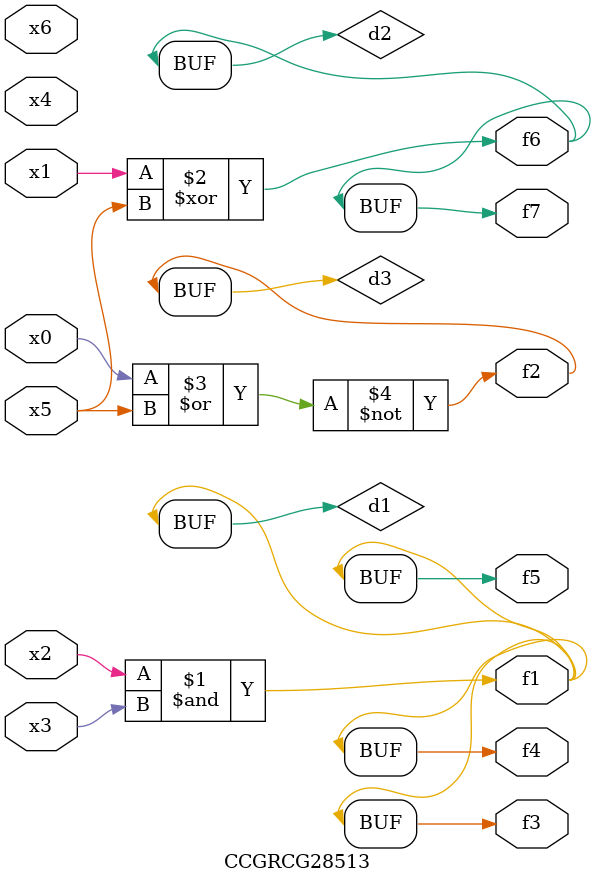
<source format=v>
module CCGRCG28513(
	input x0, x1, x2, x3, x4, x5, x6,
	output f1, f2, f3, f4, f5, f6, f7
);

	wire d1, d2, d3;

	and (d1, x2, x3);
	xor (d2, x1, x5);
	nor (d3, x0, x5);
	assign f1 = d1;
	assign f2 = d3;
	assign f3 = d1;
	assign f4 = d1;
	assign f5 = d1;
	assign f6 = d2;
	assign f7 = d2;
endmodule

</source>
